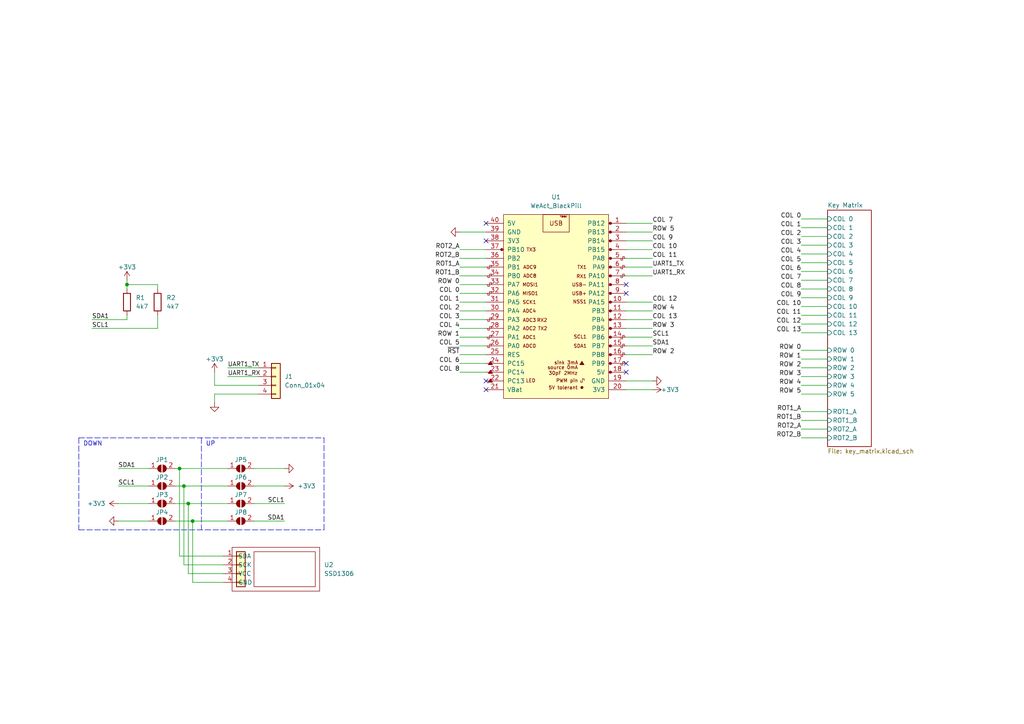
<source format=kicad_sch>
(kicad_sch (version 20211123) (generator eeschema)
  (paper "A4")
  (lib_symbols
    (symbol "Connector_Generic:Conn_01x04" (pin_names (offset 1.016) hide)
      (property "Reference" "J" (at 0 5.08 0))
      (property "Value" "Conn_01x04" (at 0 -7.62 0))
      (symbol "Conn_01x04_1_1"
        (rectangle (start -1.27 -4.953) (end 0 -5.207) (stroke (width 0.1524)))
        (rectangle (start -1.27 -2.413) (end 0 -2.667) (stroke (width 0.1524)))
        (rectangle (start -1.27 0.127) (end 0 -0.127) (stroke (width 0.1524)))
        (rectangle (start -1.27 2.667) (end 0 2.413) (stroke (width 0.1524)))
        (rectangle (start -1.27 3.81) (end 1.27 -6.35) (stroke (width 0.254)) (fill (type background)))
        (pin passive line (at -5.08 2.54 0) (length 3.81) (name "Pin_1") (number "1"))
        (pin passive line (at -5.08 0 0) (length 3.81) (name "Pin_2") (number "2"))
        (pin passive line (at -5.08 -2.54 0) (length 3.81) (name "Pin_3") (number "3"))
        (pin passive line (at -5.08 -5.08 0) (length 3.81) (name "Pin_4") (number "4"))
      )
    )
    (symbol "Device:R" (pin_numbers hide) (pin_names (offset 0))
      (property "Reference" "R" (at 2.032 0 90))
      (property "Value" "R" (at 0 0 90))
      (symbol "R_0_1"
        (rectangle (start -1.016 -2.54) (end 1.016 2.54) (stroke (width 0.254)))
      )
      (symbol "R_1_1"
        (pin passive line (at 0 3.81 270) (length 1.27) (name "~") (number "1"))
        (pin passive line (at 0 -3.81 90) (length 1.27) (name "~") (number "2"))
      )
    )
    (symbol "Jumper:SolderJumper_2_Open" (pin_names (offset 0) hide)
      (property "Reference" "JP" (at 0 2.032 0))
      (property "Value" "SolderJumper_2_Open" (at 0 -2.54 0))
      (symbol "SolderJumper_2_Open_0_1"
        (arc (start -0.254 1.016) (mid -1.27 0) (end -0.254 -1.016))
        (arc (start -0.254 1.016) (mid -1.27 0) (end -0.254 -1.016) (fill (type outline)))
        (polyline (pts (xy -0.254 1.016) (xy -0.254 -1.016)))
        (polyline (pts (xy 0.254 1.016) (xy 0.254 -1.016)))
        (arc (start 0.254 -1.016) (mid 1.27 0) (end 0.254 1.016))
        (arc (start 0.254 -1.016) (mid 1.27 0) (end 0.254 1.016) (fill (type outline)))
      )
      (symbol "SolderJumper_2_Open_1_1"
        (pin passive line (at -3.81 0 0) (length 2.54) (name "A") (number "1"))
        (pin passive line (at 3.81 0 180) (length 2.54) (name "B") (number "2"))
      )
    )
    (symbol "_scott_lib:SSD1306"
      (property "Reference" "U" (at -7.62 -10.16 0))
      (property "Value" "SSD1306" (at -7.62 -10.16 0))
      (symbol "SSD1306_0_1"
        (rectangle (start -2.54 2.54) (end 22.86 -10.16))
        (rectangle (start 3.81 1.27) (end 21.59 -8.89))
      )
      (symbol "SSD1306_1_1"
        (rectangle (start -1.27 -7.493) (end 0 -7.747) (stroke (width 0.1524)))
        (rectangle (start -1.27 -4.953) (end 0 -5.207) (stroke (width 0.1524)))
        (rectangle (start -1.27 -2.413) (end 0 -2.667) (stroke (width 0.1524)))
        (rectangle (start -1.27 0.127) (end 0 -0.127) (stroke (width 0.1524)))
        (rectangle (start -1.27 1.27) (end 1.27 -8.89) (stroke (width 0.254)) (fill (type background)))
        (pin passive line (at -5.08 0 0) (length 3.81) (name "SDA") (number "1"))
        (pin passive line (at -5.08 -2.54 0) (length 3.81) (name "SCK") (number "2"))
        (pin power_in line (at -5.08 -5.08 0) (length 3.81) (name "VCC") (number "3"))
        (pin passive line (at -5.08 -7.62 0) (length 3.81) (name "GND") (number "4"))
      )
    )
    (symbol "power:+3V3" (power) (pin_names (offset 0))
      (property "Value" "+3V3" (at 0 3.556 0))
      (symbol "+3V3_0_1"
        (polyline (pts (xy -0.762 1.27) (xy 0 2.54)))
        (polyline (pts (xy 0 0) (xy 0 2.54)))
        (polyline (pts (xy 0 2.54) (xy 0.762 1.27)))
      )
      (symbol "+3V3_1_1"
        (pin power_in line (at 0 0 90) (length 0) hide (name "+3V3") (number "1"))
      )
    )
    (symbol "power:GND" (power) (pin_names (offset 0))
      (property "Value" "GND" (at 0 -3.81 0))
      (symbol "GND_0_1"
        (polyline (pts (xy 0 0) (xy 0 -1.27) (xy 1.27 -1.27) (xy 0 -2.54) (xy -1.27 -1.27) (xy 0 -1.27)))
      )
      (symbol "GND_1_1"
        (pin power_in line (at 0 0 270) (length 0) hide (name "GND") (number "1"))
      )
    )
    (symbol "scottcjx-keyboard_components:WeAct_BlackPill" (pin_names (offset 1.016))
      (property "Reference" "U" (at -12.7 27.94 0))
      (property "Value" "WeAct_BlackPill" (at 0 2.54 90))
      (symbol "WeAct_BlackPill_0_0"
        (circle (center -15.748 -20.32) (radius 0.3556) (fill (type outline)))
        (circle (center -15.748 -17.78) (radius 0.3556) (fill (type outline)))
        (circle (center -15.748 -15.24) (radius 0.3556) (fill (type outline)))
        (circle (center -15.748 -12.7) (radius 0.3556) (fill (type outline)))
        (circle (center -15.748 -10.16) (radius 0.3556) (fill (type outline)))
        (circle (center -15.748 -7.62) (radius 0.3556) (fill (type outline)))
        (circle (center -15.748 -5.08) (radius 0.3556) (fill (type outline)))
        (circle (center -15.748 -2.54) (radius 0.3556) (fill (type outline)))
        (circle (center -15.748 0) (radius 0.3556) (fill (type outline)))
        (circle (center -15.748 2.54) (radius 0.3556) (fill (type outline)))
        (circle (center -15.748 5.08) (radius 0.3556) (fill (type outline)))
        (circle (center -15.748 7.62) (radius 0.3556) (fill (type outline)))
        (circle (center -15.748 10.16) (radius 0.3556) (fill (type outline)))
        (circle (center -15.748 12.7) (radius 0.3556) (fill (type outline)))
        (circle (center -15.748 15.24) (radius 0.3556) (fill (type outline)))
        (circle (center -15.748 17.78) (radius 0.3556) (fill (type outline)))
        (circle (center -15.748 22.86) (radius 0.3556) (fill (type outline)))
        (circle (center -7.493 -24.765) (radius 0.127) (fill (type outline)))
        (circle (center -7.493 -24.765) (radius 0.254))
        (circle (center -7.493 -24.765) (radius 0.3556))
        (polyline (pts (xy -8.128 -18.161) (xy -7.493 -17.145) (xy -6.858 -18.161) (xy -8.128 -18.161) (xy -7.493 -17.272) (xy -6.985 -18.161) (xy -8.001 -18.034) (xy -7.493 -17.399) (xy -7.112 -18.161) (xy -7.874 -17.907) (xy -7.366 -17.526) (xy -7.239 -18.161) (xy -7.747 -17.78) (xy -7.239 -17.653) (xy -7.366 -18.034) (xy -7.62 -17.78) (xy -7.366 -17.907) (xy -7.493 -17.653)))
        (polyline (pts (xy 18.415 -23.241) (xy 19.05 -22.225) (xy 19.685 -23.241) (xy 18.415 -23.241) (xy 19.05 -22.352) (xy 19.558 -23.241) (xy 18.542 -23.114) (xy 19.05 -22.479) (xy 19.431 -23.241) (xy 18.669 -22.987) (xy 19.177 -22.606) (xy 19.304 -23.241) (xy 18.796 -22.86) (xy 19.304 -22.733) (xy 19.177 -23.114) (xy 18.923 -22.86) (xy 19.177 -22.987) (xy 19.05 -22.733)))
        (polyline (pts (xy 18.415 -20.701) (xy 19.05 -19.685) (xy 19.685 -20.701) (xy 18.415 -20.701) (xy 19.05 -19.812) (xy 19.558 -20.701) (xy 18.542 -20.574) (xy 19.05 -19.939) (xy 19.431 -20.701) (xy 18.669 -20.447) (xy 19.177 -20.066) (xy 19.304 -20.701) (xy 18.796 -20.32) (xy 19.304 -20.193) (xy 19.177 -20.574) (xy 18.923 -20.32) (xy 19.177 -20.447) (xy 19.05 -20.193)))
        (polyline (pts (xy 18.415 -18.161) (xy 19.05 -17.145) (xy 19.685 -18.161) (xy 18.415 -18.161) (xy 19.05 -17.272) (xy 19.558 -18.161) (xy 18.542 -18.034) (xy 19.05 -17.399) (xy 19.431 -18.161) (xy 18.669 -17.907) (xy 19.177 -17.526) (xy 19.304 -18.161) (xy 18.796 -17.78) (xy 19.304 -17.653) (xy 19.177 -18.034) (xy 18.923 -17.78) (xy 19.177 -17.907) (xy 19.05 -17.653)))
        (circle (center 15.748 15.24) (radius 0.254) (fill (type outline)))
        (circle (center 15.748 15.24) (radius 0.3556))
        (text "30pF 2MHz" (at -2.032 -20.574 0) (effects (font (size 0.9906 0.9906))))
        (text "5V tolerant" (at -2.032 -24.765 0) (effects (font (size 0.9906 0.9906))))
        (text "ADC0" (at 7.747 -12.7 0) (effects (font (size 0.9906 0.9906))))
        (text "ADC1" (at 7.747 -10.16 0) (effects (font (size 0.9906 0.9906))))
        (text "ADC2" (at 7.747 -7.62 0) (effects (font (size 0.9906 0.9906))))
        (text "ADC3" (at 7.747 -5.207 0) (effects (font (size 0.9906 0.9906))))
        (text "ADC4" (at 7.747 -2.54 0) (effects (font (size 0.9906 0.9906))))
        (text "ADC8" (at 7.62 7.62 0) (effects (font (size 0.9906 0.9906))))
        (text "ADC9" (at 7.62 10.16 0) (effects (font (size 0.9906 0.9906))))
        (text "LED" (at 7.366 -22.733 0) (effects (font (size 0.9906 0.9906))))
        (text "MISO1" (at 7.493 2.54 0) (effects (font (size 0.9906 0.9906))))
        (text "MOSI1" (at 7.493 5.08 0) (effects (font (size 0.9906 0.9906))))
        (text "NSS1" (at -6.858 0.127 0) (effects (font (size 0.9906 0.9906))))
        (text "PWM pin" (at -3.175 -22.733 0) (effects (font (size 0.9906 0.9906))))
        (text "RX1" (at -7.366 7.493 0) (effects (font (size 0.9906 0.9906))))
        (text "RX2" (at 4.064 -5.207 0) (effects (font (size 0.9906 0.9906))))
        (text "SCK1" (at 7.747 0 0) (effects (font (size 0.9906 0.9906))))
        (text "SCL1" (at -6.985 -10.033 0) (effects (font (size 0.9906 0.9906))))
        (text "SDA1" (at -6.985 -12.7 0) (effects (font (size 0.9906 0.9906))))
        (text "sink 3mA" (at -2.921 -17.526 0) (effects (font (size 0.9906 0.9906))))
        (text "source 0mA" (at -1.905 -18.923 0) (effects (font (size 0.9906 0.9906))))
        (text "TX1" (at -7.493 10.16 0) (effects (font (size 0.9906 0.9906))))
        (text "TX2" (at 3.937 -7.62 0) (effects (font (size 0.9906 0.9906))))
        (text "TX3" (at 7.239 15.24 0) (effects (font (size 0.9906 0.9906))))
        (text "USB" (at 0 22.86 0) (effects (font (size 1.27 1.27))))
        (text "USB+" (at -6.731 2.54 0) (effects (font (size 0.9906 0.9906))))
        (text "USB-" (at -6.731 5.08 0) (effects (font (size 0.9906 0.9906))))
        (text "Y@@J" (at -2.159 24.892 0) (effects (font (size 0.508 0.508))))
      )
      (symbol "WeAct_BlackPill_0_1"
        (rectangle (start -15.24 25.4) (end 15.24 -27.94) (fill (type background)))
        (polyline (pts (xy -18.796 -17.78) (xy -18.796 -18.288) (xy -19.304 -18.288) (xy -19.304 -17.272) (xy -19.812 -17.272) (xy -19.812 -17.78)))
        (polyline (pts (xy -18.796 -15.24) (xy -18.796 -15.748) (xy -19.304 -15.748) (xy -19.304 -14.732) (xy -19.812 -14.732) (xy -19.812 -15.24)))
        (polyline (pts (xy -18.796 -12.7) (xy -18.796 -13.208) (xy -19.304 -13.208) (xy -19.304 -12.192) (xy -19.812 -12.192) (xy -19.812 -12.7)))
        (polyline (pts (xy -18.796 -10.16) (xy -18.796 -10.668) (xy -19.304 -10.668) (xy -19.304 -9.652) (xy -19.812 -9.652) (xy -19.812 -10.16)))
        (polyline (pts (xy -18.796 7.62) (xy -18.796 7.112) (xy -19.304 7.112) (xy -19.304 8.128) (xy -19.812 8.128) (xy -19.812 7.62)))
        (polyline (pts (xy -18.796 10.16) (xy -18.796 9.652) (xy -19.304 9.652) (xy -19.304 10.668) (xy -19.812 10.668) (xy -19.812 10.16)))
        (polyline (pts (xy -18.796 12.7) (xy -18.796 12.192) (xy -19.304 12.192) (xy -19.304 13.208) (xy -19.812 13.208) (xy -19.812 12.7)))
        (polyline (pts (xy -7.112 -22.733) (xy -7.112 -23.241) (xy -7.62 -23.241) (xy -7.62 -22.225) (xy -8.128 -22.225) (xy -8.128 -22.733)))
        (polyline (pts (xy 19.812 -12.7) (xy 19.812 -13.208) (xy 19.304 -13.208) (xy 19.304 -12.192) (xy 18.796 -12.192) (xy 18.796 -12.7)))
        (polyline (pts (xy 19.812 -10.16) (xy 19.812 -10.668) (xy 19.304 -10.668) (xy 19.304 -9.652) (xy 18.796 -9.652) (xy 18.796 -10.16)))
        (polyline (pts (xy 19.812 -7.62) (xy 19.812 -8.128) (xy 19.304 -8.128) (xy 19.304 -7.112) (xy 18.796 -7.112) (xy 18.796 -7.62)))
        (polyline (pts (xy 19.812 -5.08) (xy 19.812 -5.588) (xy 19.304 -5.588) (xy 19.304 -4.572) (xy 18.796 -4.572) (xy 18.796 -5.08)))
        (polyline (pts (xy 19.812 2.54) (xy 19.812 2.032) (xy 19.304 2.032) (xy 19.304 3.048) (xy 18.796 3.048) (xy 18.796 2.54)))
        (polyline (pts (xy 19.812 5.08) (xy 19.812 4.572) (xy 19.304 4.572) (xy 19.304 5.588) (xy 18.796 5.588) (xy 18.796 5.08)))
        (polyline (pts (xy 19.812 7.62) (xy 19.812 7.112) (xy 19.304 7.112) (xy 19.304 8.128) (xy 18.796 8.128) (xy 18.796 7.62)))
        (polyline (pts (xy 19.812 10.16) (xy 19.812 9.652) (xy 19.304 9.652) (xy 19.304 10.668) (xy 18.796 10.668) (xy 18.796 10.16)))
        (rectangle (start 3.81 25.4) (end -3.81 20.32))
      )
      (symbol "WeAct_BlackPill_1_1"
        (circle (center -15.748 20.32) (radius 0.3556) (fill (type outline)))
        (pin bidirectional line (at -20.32 22.86 0) (length 5.08) (name "PB12") (number "1"))
        (pin bidirectional line (at -20.32 0 0) (length 5.08) (name "PA15") (number "10"))
        (pin bidirectional line (at -20.32 -2.54 0) (length 5.08) (name "PB3") (number "11"))
        (pin bidirectional line (at -20.32 -5.08 0) (length 5.08) (name "PB4") (number "12"))
        (pin bidirectional line (at -20.32 -7.62 0) (length 5.08) (name "PB5") (number "13"))
        (pin bidirectional line (at -20.32 -10.16 0) (length 5.08) (name "PB6") (number "14"))
        (pin bidirectional line (at -20.32 -12.7 0) (length 5.08) (name "PB7") (number "15"))
        (pin bidirectional line (at -20.32 -15.24 0) (length 5.08) (name "PB8") (number "16"))
        (pin bidirectional line (at -20.32 -17.78 0) (length 5.08) (name "PB9") (number "17"))
        (pin power_in line (at -20.32 -20.32 0) (length 5.08) (name "5V") (number "18"))
        (pin power_in line (at -20.32 -22.86 0) (length 5.08) (name "GND") (number "19"))
        (pin bidirectional line (at -20.32 20.32 0) (length 5.08) (name "PB13") (number "2"))
        (pin power_in line (at -20.32 -25.4 0) (length 5.08) (name "3V3") (number "20"))
        (pin power_in line (at 20.32 -25.4 180) (length 5.08) (name "VBat") (number "21"))
        (pin bidirectional line (at 20.32 -22.86 180) (length 5.08) (name "PC13") (number "22"))
        (pin bidirectional line (at 20.32 -20.32 180) (length 5.08) (name "PC14") (number "23"))
        (pin bidirectional line (at 20.32 -17.78 180) (length 5.08) (name "PC15") (number "24"))
        (pin input line (at 20.32 -15.24 180) (length 5.08) (name "RES") (number "25"))
        (pin bidirectional line (at 20.32 -12.7 180) (length 5.08) (name "PA0") (number "26"))
        (pin bidirectional line (at 20.32 -10.16 180) (length 5.08) (name "PA1") (number "27"))
        (pin bidirectional line (at 20.32 -7.62 180) (length 5.08) (name "PA2") (number "28"))
        (pin bidirectional line (at 20.32 -5.08 180) (length 5.08) (name "PA3") (number "29"))
        (pin bidirectional line (at -20.32 17.78 0) (length 5.08) (name "PB14") (number "3"))
        (pin bidirectional line (at 20.32 -2.54 180) (length 5.08) (name "PA4") (number "30"))
        (pin bidirectional line (at 20.32 0 180) (length 5.08) (name "PA5") (number "31"))
        (pin bidirectional line (at 20.32 2.54 180) (length 5.08) (name "PA6") (number "32"))
        (pin bidirectional line (at 20.32 5.08 180) (length 5.08) (name "PA7") (number "33"))
        (pin bidirectional line (at 20.32 7.62 180) (length 5.08) (name "PB0") (number "34"))
        (pin bidirectional line (at 20.32 10.16 180) (length 5.08) (name "PB1") (number "35"))
        (pin bidirectional line (at 20.32 12.7 180) (length 5.08) (name "PB2") (number "36"))
        (pin bidirectional line (at 20.32 15.24 180) (length 5.08) (name "PB10") (number "37"))
        (pin power_in line (at 20.32 17.78 180) (length 5.08) (name "3V3") (number "38"))
        (pin power_in line (at 20.32 20.32 180) (length 5.08) (name "GND") (number "39"))
        (pin bidirectional line (at -20.32 15.24 0) (length 5.08) (name "PB15") (number "4"))
        (pin power_in line (at 20.32 22.86 180) (length 5.08) (name "5V") (number "40"))
        (pin bidirectional line (at -20.32 12.7 0) (length 5.08) (name "PA8") (number "5"))
        (pin bidirectional line (at -20.32 10.16 0) (length 5.08) (name "PA9") (number "6"))
        (pin bidirectional line (at -20.32 7.62 0) (length 5.08) (name "PA10") (number "7"))
        (pin bidirectional line (at -20.32 5.08 0) (length 5.08) (name "PA11") (number "8"))
        (pin bidirectional line (at -20.32 2.54 0) (length 5.08) (name "PA12") (number "9"))
      )
    )
  )
  (junction (at 36.83 82.55))
  (junction (at 53.34 140.97))
  (junction (at 55.88 151.13))
  (junction (at 54.61 146.05))
  (junction (at 52.07 135.89))
  (no_connect (at 181.61 85.09))
  (no_connect (at 140.97 64.77))
  (no_connect (at 140.97 110.49))
  (no_connect (at 181.61 105.41))
  (no_connect (at 140.97 69.85))
  (no_connect (at 181.61 82.55))
  (no_connect (at 140.97 113.03))
  (no_connect (at 181.61 107.95))
  (wire (pts (xy 82.55 140.97) (xy 73.66 140.97)))
  (wire (pts (xy 240.03 104.14) (xy 232.41 104.14)))
  (wire (pts (xy 240.03 91.44) (xy 232.41 91.44)))
  (wire (pts (xy 50.8 151.13) (xy 55.88 151.13)))
  (wire (pts (xy 140.97 74.93) (xy 133.35 74.93)))
  (wire (pts (xy 55.88 168.91) (xy 55.88 151.13)))
  (wire (pts (xy 74.93 114.3) (xy 62.23 114.3)))
  (wire (pts (xy 34.29 140.97) (xy 43.18 140.97)))
  (wire (pts (xy 62.23 111.76) (xy 62.23 107.95)))
  (polyline (pts (xy 58.42 127) (xy 58.42 153.67)))
  (wire (pts (xy 133.35 67.31) (xy 140.97 67.31)))
  (wire (pts (xy 53.34 140.97) (xy 66.04 140.97)))
  (wire (pts (xy 140.97 100.33) (xy 133.35 100.33)))
  (wire (pts (xy 34.29 151.13) (xy 43.18 151.13)))
  (wire (pts (xy 181.61 64.77) (xy 189.23 64.77)))
  (wire (pts (xy 240.03 114.3) (xy 232.41 114.3)))
  (wire (pts (xy 52.07 135.89) (xy 66.04 135.89)))
  (wire (pts (xy 50.8 135.89) (xy 52.07 135.89)))
  (wire (pts (xy 62.23 114.3) (xy 62.23 116.84)))
  (wire (pts (xy 36.83 92.71) (xy 36.83 91.44)))
  (polyline (pts (xy 22.86 153.67) (xy 93.98 153.67)))
  (wire (pts (xy 34.29 135.89) (xy 43.18 135.89)))
  (wire (pts (xy 140.97 102.87) (xy 133.35 102.87)))
  (wire (pts (xy 181.61 113.03) (xy 189.23 113.03)))
  (polyline (pts (xy 22.86 127) (xy 93.98 127)))
  (wire (pts (xy 36.83 82.55) (xy 36.83 83.82)))
  (wire (pts (xy 181.61 74.93) (xy 189.23 74.93)))
  (wire (pts (xy 240.03 119.38) (xy 232.41 119.38)))
  (wire (pts (xy 181.61 92.71) (xy 189.23 92.71)))
  (wire (pts (xy 140.97 105.41) (xy 133.35 105.41)))
  (wire (pts (xy 240.03 121.92) (xy 232.41 121.92)))
  (wire (pts (xy 140.97 90.17) (xy 133.35 90.17)))
  (wire (pts (xy 181.61 95.25) (xy 189.23 95.25)))
  (wire (pts (xy 64.77 163.83) (xy 53.34 163.83)))
  (wire (pts (xy 240.03 73.66) (xy 232.41 73.66)))
  (wire (pts (xy 82.55 146.05) (xy 73.66 146.05)))
  (wire (pts (xy 140.97 97.79) (xy 133.35 97.79)))
  (wire (pts (xy 189.23 110.49) (xy 181.61 110.49)))
  (wire (pts (xy 181.61 80.01) (xy 189.23 80.01)))
  (wire (pts (xy 45.72 83.82) (xy 45.72 82.55)))
  (wire (pts (xy 240.03 66.04) (xy 232.41 66.04)))
  (wire (pts (xy 181.61 100.33) (xy 189.23 100.33)))
  (wire (pts (xy 55.88 151.13) (xy 66.04 151.13)))
  (wire (pts (xy 240.03 96.52) (xy 232.41 96.52)))
  (wire (pts (xy 240.03 81.28) (xy 232.41 81.28)))
  (wire (pts (xy 64.77 166.37) (xy 54.61 166.37)))
  (wire (pts (xy 34.29 146.05) (xy 43.18 146.05)))
  (wire (pts (xy 64.77 161.29) (xy 52.07 161.29)))
  (wire (pts (xy 240.03 93.98) (xy 232.41 93.98)))
  (wire (pts (xy 140.97 80.01) (xy 133.35 80.01)))
  (wire (pts (xy 240.03 71.12) (xy 232.41 71.12)))
  (wire (pts (xy 240.03 109.22) (xy 232.41 109.22)))
  (wire (pts (xy 54.61 166.37) (xy 54.61 146.05)))
  (wire (pts (xy 66.04 106.68) (xy 74.93 106.68)))
  (wire (pts (xy 26.67 95.25) (xy 45.72 95.25)))
  (wire (pts (xy 26.67 92.71) (xy 36.83 92.71)))
  (wire (pts (xy 140.97 72.39) (xy 133.35 72.39)))
  (wire (pts (xy 240.03 63.5) (xy 232.41 63.5)))
  (wire (pts (xy 240.03 68.58) (xy 232.41 68.58)))
  (polyline (pts (xy 22.86 127) (xy 22.86 153.67)))
  (wire (pts (xy 240.03 106.68) (xy 232.41 106.68)))
  (wire (pts (xy 240.03 124.46) (xy 232.41 124.46)))
  (wire (pts (xy 181.61 87.63) (xy 189.23 87.63)))
  (wire (pts (xy 140.97 95.25) (xy 133.35 95.25)))
  (wire (pts (xy 82.55 135.89) (xy 73.66 135.89)))
  (wire (pts (xy 54.61 146.05) (xy 66.04 146.05)))
  (wire (pts (xy 181.61 69.85) (xy 189.23 69.85)))
  (wire (pts (xy 181.61 97.79) (xy 189.23 97.79)))
  (wire (pts (xy 140.97 92.71) (xy 133.35 92.71)))
  (wire (pts (xy 181.61 90.17) (xy 189.23 90.17)))
  (wire (pts (xy 181.61 102.87) (xy 189.23 102.87)))
  (wire (pts (xy 74.93 111.76) (xy 62.23 111.76)))
  (wire (pts (xy 240.03 83.82) (xy 232.41 83.82)))
  (wire (pts (xy 240.03 86.36) (xy 232.41 86.36)))
  (wire (pts (xy 140.97 82.55) (xy 133.35 82.55)))
  (wire (pts (xy 50.8 146.05) (xy 54.61 146.05)))
  (wire (pts (xy 181.61 67.31) (xy 189.23 67.31)))
  (wire (pts (xy 240.03 76.2) (xy 232.41 76.2)))
  (wire (pts (xy 240.03 88.9) (xy 232.41 88.9)))
  (wire (pts (xy 240.03 127) (xy 232.41 127)))
  (wire (pts (xy 82.55 151.13) (xy 73.66 151.13)))
  (wire (pts (xy 52.07 161.29) (xy 52.07 135.89)))
  (wire (pts (xy 140.97 87.63) (xy 133.35 87.63)))
  (wire (pts (xy 240.03 101.6) (xy 232.41 101.6)))
  (wire (pts (xy 240.03 111.76) (xy 232.41 111.76)))
  (wire (pts (xy 181.61 72.39) (xy 189.23 72.39)))
  (wire (pts (xy 140.97 85.09) (xy 133.35 85.09)))
  (wire (pts (xy 66.04 109.22) (xy 74.93 109.22)))
  (wire (pts (xy 45.72 95.25) (xy 45.72 91.44)))
  (wire (pts (xy 50.8 140.97) (xy 53.34 140.97)))
  (wire (pts (xy 140.97 107.95) (xy 133.35 107.95)))
  (wire (pts (xy 240.03 78.74) (xy 232.41 78.74)))
  (wire (pts (xy 53.34 140.97) (xy 53.34 163.83)))
  (wire (pts (xy 140.97 77.47) (xy 133.35 77.47)))
  (wire (pts (xy 64.77 168.91) (xy 55.88 168.91)))
  (wire (pts (xy 36.83 82.55) (xy 45.72 82.55)))
  (wire (pts (xy 36.83 81.28) (xy 36.83 82.55)))
  (polyline (pts (xy 93.98 153.67) (xy 93.98 127)))
  (wire (pts (xy 181.61 77.47) (xy 189.23 77.47)))
  (text "UP" (at 59.69 129.54 0) (effects (font (size 1.27 1.27)) (justify left bottom)))
  (text "DOWN" (at 24.13 129.54 0) (effects (font (size 1.27 1.27)) (justify left bottom)))
  (label "ROW 4" (at 232.41 111.76 180))
  (label "COL 13" (at 232.41 96.52 180))
  (label "COL 10" (at 189.23 72.39 0))
  (label "SDA1" (at 189.23 100.33 0))
  (label "COL 4" (at 232.41 73.66 180))
  (label "COL 6" (at 232.41 78.74 180))
  (label "SCL1" (at 82.55 146.05 180))
  (label "ROT2_B" (at 133.35 74.93 180))
  (label "COL 2" (at 232.41 68.58 180))
  (label "ROW 5" (at 232.41 114.3 180))
  (label "SCL1" (at 189.23 97.79 0))
  (label "ROW 2" (at 189.23 102.87 0))
  (label "COL 8" (at 232.41 83.82 180))
  (label "UART1_RX" (at 189.23 80.01 0))
  (label "SDA1" (at 34.29 135.89 0))
  (label "ROW 1" (at 133.35 97.79 180))
  (label "ROT1_B" (at 232.41 121.92 180))
  (label "COL 5" (at 232.41 76.2 180))
  (label "COL 1" (at 133.35 87.63 180))
  (label "ROW 3" (at 189.23 95.25 0))
  (label "COL 5" (at 133.35 100.33 180))
  (label "COL 3" (at 133.35 92.71 180))
  (label "ROT2_A" (at 232.41 124.46 180))
  (label "COL 2" (at 133.35 90.17 180))
  (label "UART1_RX" (at 66.04 109.22 0))
  (label "COL 4" (at 133.35 95.25 180))
  (label "COL 8" (at 133.35 107.95 180))
  (label "COL 7" (at 189.23 64.77 0))
  (label "COL 1" (at 232.41 66.04 180))
  (label "UART1_TX" (at 189.23 77.47 0))
  (label "ROW 5" (at 189.23 67.31 0))
  (label "SDA1" (at 26.67 92.71 0))
  (label "ROT1_A" (at 232.41 119.38 180))
  (label "COL 6" (at 133.35 105.41 180))
  (label "SDA1" (at 82.55 151.13 180))
  (label "UART1_TX" (at 66.04 106.68 0))
  (label "COL 12" (at 232.41 93.98 180))
  (label "COL 0" (at 133.35 85.09 180))
  (label "COL 13" (at 189.23 92.71 0))
  (label "ROW 3" (at 232.41 109.22 180))
  (label "COL 3" (at 232.41 71.12 180))
  (label "COL 7" (at 232.41 81.28 180))
  (label "ROT1_B" (at 133.35 80.01 180))
  (label "ROW 0" (at 232.41 101.6 180))
  (label "ROT1_A" (at 133.35 77.47 180))
  (label "~{RST}" (at 133.35 102.87 180))
  (label "ROW 2" (at 232.41 106.68 180))
  (label "COL 11" (at 232.41 91.44 180))
  (label "ROT2_B" (at 232.41 127 180))
  (label "COL 12" (at 189.23 87.63 0))
  (label "SCL1" (at 26.67 95.25 0))
  (label "ROW 0" (at 133.35 82.55 180))
  (label "ROW 1" (at 232.41 104.14 180))
  (label "ROW 4" (at 189.23 90.17 0))
  (label "ROT2_A" (at 133.35 72.39 180))
  (label "SCL1" (at 34.29 140.97 0))
  (label "COL 10" (at 232.41 88.9 180))
  (label "COL 0" (at 232.41 63.5 180))
  (label "COL 11" (at 189.23 74.93 0))
  (label "COL 9" (at 189.23 69.85 0))
  (label "COL 9" (at 232.41 86.36 180))
  (symbol (lib_id "Jumper:SolderJumper_2_Open") (at 46.99 140.97 0) (unit 1)
    (property "Reference" "JP2" (at 46.99 138.43 0))
    (property "Value" "SolderJumper_2_Open" (effects hide))
    (property "Footprint" "Jumper:SolderJumper-2_P1.3mm_Open_RoundedPad1.0x1.5mm" (effects hide))
  )
  (symbol (lib_id "_scott_lib:SSD1306") (at 69.85 161.29 0) (unit 1)
    (property "Reference" "U2" (at 93.98 163.8299 0) (effects (justify left)))
    (property "Value" "SSD1306" (at 93.98 166.3699 0) (effects (justify left)))
    (property "Footprint" "scottcjx-keyboard_components:SSD1306_128X32" (effects hide))
  )
  (symbol (lib_id "Jumper:SolderJumper_2_Open") (at 69.85 135.89 0) (unit 1)
    (property "Reference" "JP5" (at 69.85 133.35 0))
    (property "Value" "SolderJumper_2_Open" (effects hide))
    (property "Footprint" "Jumper:SolderJumper-2_P1.3mm_Open_RoundedPad1.0x1.5mm" (effects hide))
  )
  (symbol (lib_id "Jumper:SolderJumper_2_Open") (at 69.85 151.13 0) (unit 1)
    (property "Reference" "JP8" (at 69.85 148.59 0))
    (property "Value" "SolderJumper_2_Open" (effects hide))
    (property "Footprint" "Jumper:SolderJumper-2_P1.3mm_Open_RoundedPad1.0x1.5mm" (effects hide))
  )
  (symbol (lib_id "Device:R") (at 45.72 87.63 0) (unit 1)
    (property "Reference" "R2" (at 48.26 86.3599 0) (effects (justify left)))
    (property "Value" "4k7" (at 48.26 88.8999 0) (effects (justify left)))
    (property "Footprint" "scottcjx-keyboard_components:C_0603" (effects hide))
  )
  (symbol (lib_id "Jumper:SolderJumper_2_Open") (at 69.85 146.05 0) (unit 1)
    (property "Reference" "JP7" (at 69.85 143.51 0))
    (property "Value" "SolderJumper_2_Open" (effects hide))
    (property "Footprint" "Jumper:SolderJumper-2_P1.3mm_Open_RoundedPad1.0x1.5mm" (effects hide))
  )
  (symbol (lib_id "power:+3V3") (at 189.23 113.03 270) (unit 1)
    (property "Reference" "#PWR0107" (effects hide))
    (property "Value" "+3V3" (at 194.31 113.03 90))
  )
  (symbol (lib_id "power:GND") (at 133.35 67.31 270) (unit 1)
    (property "Reference" "#PWR0101" (effects hide))
    (property "Value" "GND" (effects hide))
  )
  (symbol (lib_id "Jumper:SolderJumper_2_Open") (at 46.99 146.05 0) (unit 1)
    (property "Reference" "JP3" (at 46.99 143.51 0))
    (property "Value" "SolderJumper_2_Open" (effects hide))
    (property "Footprint" "Jumper:SolderJumper-2_P1.3mm_Open_RoundedPad1.0x1.5mm" (effects hide))
  )
  (symbol (lib_id "Jumper:SolderJumper_2_Open") (at 69.85 140.97 0) (unit 1)
    (property "Reference" "JP6" (at 69.85 138.43 0))
    (property "Value" "SolderJumper_2_Open" (effects hide))
    (property "Footprint" "Jumper:SolderJumper-2_P1.3mm_Open_RoundedPad1.0x1.5mm" (effects hide))
  )
  (symbol (lib_id "Device:R") (at 36.83 87.63 0) (unit 1)
    (property "Reference" "R1" (at 39.37 86.3599 0) (effects (justify left)))
    (property "Value" "4k7" (at 39.37 88.8999 0) (effects (justify left)))
    (property "Footprint" "scottcjx-keyboard_components:C_0603" (effects hide))
  )
  (symbol (lib_id "power:+3V3") (at 36.83 81.28 0) (unit 1)
    (property "Reference" "#PWR0110" (effects hide))
    (property "Value" "+3V3" (at 36.83 77.47 0))
  )
  (symbol (lib_id "Jumper:SolderJumper_2_Open") (at 46.99 135.89 0) (unit 1)
    (property "Reference" "JP1" (at 46.99 133.35 0))
    (property "Value" "SolderJumper_2_Open" (effects hide))
    (property "Footprint" "Jumper:SolderJumper-2_P1.3mm_Open_RoundedPad1.0x1.5mm" (effects hide))
  )
  (symbol (lib_id "power:+3V3") (at 62.23 107.95 0) (unit 1)
    (property "Reference" "#PWR0111" (effects hide))
    (property "Value" "+3V3" (at 62.23 104.14 0))
  )
  (symbol (lib_id "scottcjx-keyboard_components:WeAct_BlackPill") (at 161.29 87.63 0) (mirror y) (unit 1)
    (property "Reference" "U1" (at 161.29 57.15 0))
    (property "Value" "WeAct_BlackPill" (at 161.29 59.69 0))
    (property "Footprint" "scottcjx-keyboard_components:WeAct_BlackPill_2" (effects hide))
  )
  (symbol (lib_id "power:+3V3") (at 34.29 146.05 90) (unit 1)
    (property "Reference" "#PWR0113" (effects hide))
    (property "Value" "+3V3" (at 27.94 146.05 90))
  )
  (symbol (lib_id "power:GND") (at 189.23 110.49 90) (mirror x) (unit 1)
    (property "Reference" "#PWR0102" (effects hide))
    (property "Value" "GND" (effects hide))
  )
  (symbol (lib_id "power:GND") (at 62.23 116.84 0) (unit 1)
    (property "Reference" "#PWR0112" (effects hide))
    (property "Value" "GND" (effects hide))
  )
  (symbol (lib_id "power:+3V3") (at 82.55 140.97 270) (unit 1)
    (property "Reference" "#PWR0108" (effects hide))
    (property "Value" "+3V3" (at 88.9 140.97 90))
  )
  (symbol (lib_id "power:GND") (at 82.55 135.89 90) (unit 1)
    (property "Reference" "#PWR0109" (effects hide))
    (property "Value" "GND" (effects hide))
  )
  (symbol (lib_id "Connector_Generic:Conn_01x04") (at 80.01 109.22 0) (unit 1)
    (property "Reference" "J1" (at 82.55 109.2199 0) (effects (justify left)))
    (property "Value" "Conn_01x04" (at 82.55 111.7599 0) (effects (justify left)))
  )
  (symbol (lib_id "power:GND") (at 34.29 151.13 270) (unit 1)
    (property "Reference" "#PWR0114" (effects hide))
    (property "Value" "GND" (effects hide))
  )
  (symbol (lib_id "Jumper:SolderJumper_2_Open") (at 46.99 151.13 0) (unit 1)
    (property "Reference" "JP4" (at 46.99 148.59 0))
    (property "Value" "SolderJumper_2_Open" (effects hide))
    (property "Footprint" "Jumper:SolderJumper-2_P1.3mm_Open_RoundedPad1.0x1.5mm" (effects hide))
  )
  (sheet (at 240.03 60.96) (size 12.7 68.58) (stroke (width 0.1524))
    (property "Sheet name" "Key Matrix" (at 240.03 60.2484 0) (effects (justify left bottom)))
    (property "Sheet file" "key_matrix.kicad_sch" (at 240.03 130.1246 0) (effects (justify left top)))
    (pin "COL 0" input (at 240.03 63.5 180))
    (pin "COL 1" input (at 240.03 66.04 180))
    (pin "COL 2" input (at 240.03 68.58 180))
    (pin "COL 3" input (at 240.03 71.12 180))
    (pin "COL 4" input (at 240.03 73.66 180))
    (pin "COL 5" input (at 240.03 76.2 180))
    (pin "COL 6" input (at 240.03 78.74 180))
    (pin "COL 9" input (at 240.03 86.36 180))
    (pin "COL 10" input (at 240.03 88.9 180))
    (pin "COL 7" input (at 240.03 81.28 180))
    (pin "COL 8" input (at 240.03 83.82 180))
    (pin "COL 11" input (at 240.03 91.44 180))
    (pin "COL 12" input (at 240.03 93.98 180))
    (pin "COL 13" input (at 240.03 96.52 180))
    (pin "ROW 1" input (at 240.03 104.14 180))
    (pin "ROW 2" input (at 240.03 106.68 180))
    (pin "ROW 3" input (at 240.03 109.22 180))
    (pin "ROW 4" input (at 240.03 111.76 180))
    (pin "ROW 5" input (at 240.03 114.3 180))
    (pin "ROW 0" input (at 240.03 101.6 180))
    (pin "ROT1_A" input (at 240.03 119.38 180))
    (pin "ROT1_B" input (at 240.03 121.92 180))
    (pin "ROT2_B" input (at 240.03 127 180))
    (pin "ROT2_A" input (at 240.03 124.46 180))
  )
)
</source>
